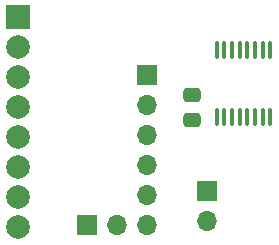
<source format=gts>
%TF.GenerationSoftware,KiCad,Pcbnew,(6.0.11-0)*%
%TF.CreationDate,2023-09-03T14:24:23+02:00*%
%TF.ProjectId,Endstop_Levelshifter,456e6473-746f-4705-9f4c-6576656c7368,0.1*%
%TF.SameCoordinates,Original*%
%TF.FileFunction,Soldermask,Top*%
%TF.FilePolarity,Negative*%
%FSLAX46Y46*%
G04 Gerber Fmt 4.6, Leading zero omitted, Abs format (unit mm)*
G04 Created by KiCad (PCBNEW (6.0.11-0)) date 2023-09-03 14:24:23*
%MOMM*%
%LPD*%
G01*
G04 APERTURE LIST*
G04 Aperture macros list*
%AMRoundRect*
0 Rectangle with rounded corners*
0 $1 Rounding radius*
0 $2 $3 $4 $5 $6 $7 $8 $9 X,Y pos of 4 corners*
0 Add a 4 corners polygon primitive as box body*
4,1,4,$2,$3,$4,$5,$6,$7,$8,$9,$2,$3,0*
0 Add four circle primitives for the rounded corners*
1,1,$1+$1,$2,$3*
1,1,$1+$1,$4,$5*
1,1,$1+$1,$6,$7*
1,1,$1+$1,$8,$9*
0 Add four rect primitives between the rounded corners*
20,1,$1+$1,$2,$3,$4,$5,0*
20,1,$1+$1,$4,$5,$6,$7,0*
20,1,$1+$1,$6,$7,$8,$9,0*
20,1,$1+$1,$8,$9,$2,$3,0*%
G04 Aperture macros list end*
%ADD10R,2.000000X2.000000*%
%ADD11C,2.000000*%
%ADD12RoundRect,0.250000X0.475000X-0.337500X0.475000X0.337500X-0.475000X0.337500X-0.475000X-0.337500X0*%
%ADD13R,1.700000X1.700000*%
%ADD14O,1.700000X1.700000*%
%ADD15RoundRect,0.100000X0.100000X-0.637500X0.100000X0.637500X-0.100000X0.637500X-0.100000X-0.637500X0*%
G04 APERTURE END LIST*
D10*
%TO.C,J1*%
X90932000Y-71354000D03*
D11*
X90932000Y-73894000D03*
X90932000Y-76434000D03*
X90932000Y-78974000D03*
X90932000Y-81514000D03*
X90932000Y-84054000D03*
X90932000Y-86594000D03*
X90932000Y-89134000D03*
%TD*%
D12*
%TO.C,C1*%
X105664000Y-80031500D03*
X105664000Y-77956500D03*
%TD*%
D13*
%TO.C,J4*%
X106877000Y-86096000D03*
D14*
X106877000Y-88636000D03*
%TD*%
D13*
%TO.C,J3*%
X96774000Y-88900000D03*
D14*
X99314000Y-88900000D03*
X101854000Y-88900000D03*
%TD*%
D13*
%TO.C,J2*%
X101854000Y-76200000D03*
D14*
X101854000Y-78740000D03*
X101854000Y-81280000D03*
X101854000Y-83820000D03*
X101854000Y-86360000D03*
%TD*%
D15*
%TO.C,IC1*%
X107707000Y-74099500D03*
X108357000Y-74099500D03*
X109007000Y-74099500D03*
X109657000Y-74099500D03*
X110307000Y-74099500D03*
X110957000Y-74099500D03*
X111607000Y-74099500D03*
X112257000Y-74099500D03*
X112257000Y-79824500D03*
X111607000Y-79824500D03*
X110957000Y-79824500D03*
X110307000Y-79824500D03*
X109657000Y-79824500D03*
X109007000Y-79824500D03*
X108357000Y-79824500D03*
X107707000Y-79824500D03*
%TD*%
M02*

</source>
